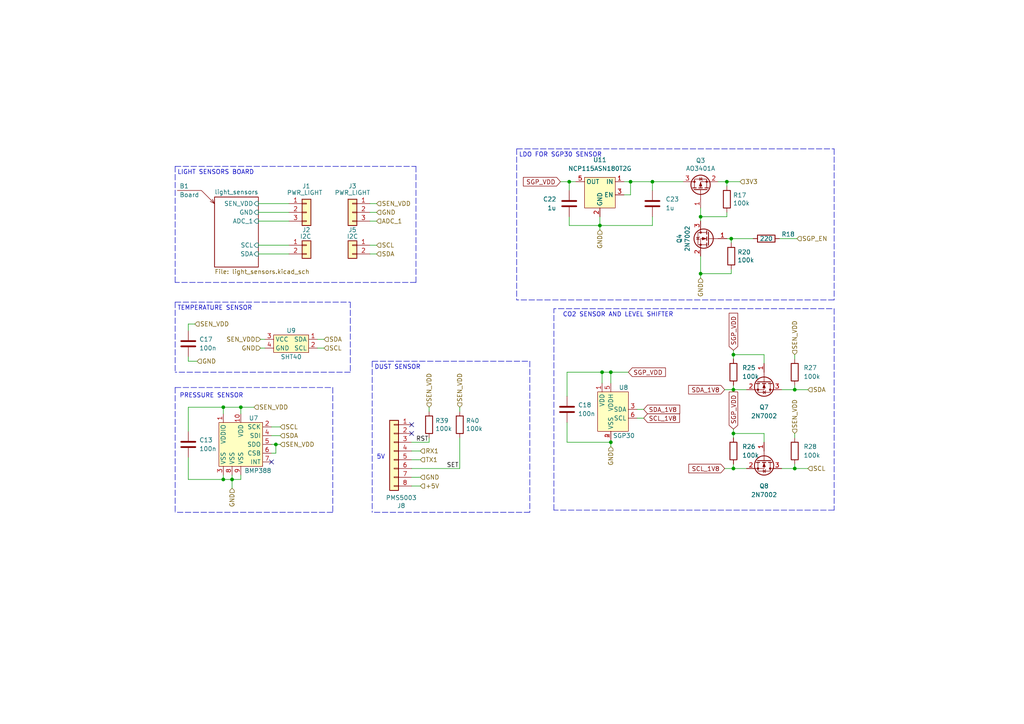
<source format=kicad_sch>
(kicad_sch (version 20211123) (generator eeschema)
  (paper "A4")
  (title_block (title "iotAirMonitoring") (date "2022-05-09") (rev "v1.1") (company "Martin Kousal"))
  (lib_symbols
    (symbol "Connector_Generic:Conn_01x02" (pin_names (offset 1.016) hide)
      (property "Reference" "J" (at 0 2.54 0))
      (property "Value" "Conn_01x02" (at 0 -5.08 0))
      (symbol "Conn_01x02_1_1"
        (rectangle (start -1.27 -2.413) (end 0 -2.667) (stroke (width 0.1524)))
        (rectangle (start -1.27 0.127) (end 0 -0.127) (stroke (width 0.1524)))
        (rectangle (start -1.27 1.27) (end 1.27 -3.81) (stroke (width 0.254)) (fill (type background)))
        (pin passive line (at -5.08 0 0) (length 3.81) (name "Pin_1") (number "1"))
        (pin passive line (at -5.08 -2.54 0) (length 3.81) (name "Pin_2") (number "2"))
      )
    )
    (symbol "Connector_Generic:Conn_01x03" (pin_names (offset 1.016) hide)
      (property "Reference" "J" (at 0 5.08 0))
      (property "Value" "Conn_01x03" (at 0 -5.08 0))
      (symbol "Conn_01x03_1_1"
        (rectangle (start -1.27 -2.413) (end 0 -2.667) (stroke (width 0.1524)))
        (rectangle (start -1.27 0.127) (end 0 -0.127) (stroke (width 0.1524)))
        (rectangle (start -1.27 2.667) (end 0 2.413) (stroke (width 0.1524)))
        (rectangle (start -1.27 3.81) (end 1.27 -3.81) (stroke (width 0.254)) (fill (type background)))
        (pin passive line (at -5.08 2.54 0) (length 3.81) (name "Pin_1") (number "1"))
        (pin passive line (at -5.08 0 0) (length 3.81) (name "Pin_2") (number "2"))
        (pin passive line (at -5.08 -2.54 0) (length 3.81) (name "Pin_3") (number "3"))
      )
    )
    (symbol "Connector_Generic:Conn_01x08" (pin_names (offset 1.016) hide)
      (property "Reference" "J" (at 0 10.16 0))
      (property "Value" "Conn_01x08" (at 0 -12.7 0))
      (symbol "Conn_01x08_1_1"
        (rectangle (start -1.27 -10.033) (end 0 -10.287) (stroke (width 0.1524)))
        (rectangle (start -1.27 -7.493) (end 0 -7.747) (stroke (width 0.1524)))
        (rectangle (start -1.27 -4.953) (end 0 -5.207) (stroke (width 0.1524)))
        (rectangle (start -1.27 -2.413) (end 0 -2.667) (stroke (width 0.1524)))
        (rectangle (start -1.27 0.127) (end 0 -0.127) (stroke (width 0.1524)))
        (rectangle (start -1.27 2.667) (end 0 2.413) (stroke (width 0.1524)))
        (rectangle (start -1.27 5.207) (end 0 4.953) (stroke (width 0.1524)))
        (rectangle (start -1.27 7.747) (end 0 7.493) (stroke (width 0.1524)))
        (rectangle (start -1.27 8.89) (end 1.27 -11.43) (stroke (width 0.254)) (fill (type background)))
        (pin passive line (at -5.08 7.62 0) (length 3.81) (name "Pin_1") (number "1"))
        (pin passive line (at -5.08 5.08 0) (length 3.81) (name "Pin_2") (number "2"))
        (pin passive line (at -5.08 2.54 0) (length 3.81) (name "Pin_3") (number "3"))
        (pin passive line (at -5.08 0 0) (length 3.81) (name "Pin_4") (number "4"))
        (pin passive line (at -5.08 -2.54 0) (length 3.81) (name "Pin_5") (number "5"))
        (pin passive line (at -5.08 -5.08 0) (length 3.81) (name "Pin_6") (number "6"))
        (pin passive line (at -5.08 -7.62 0) (length 3.81) (name "Pin_7") (number "7"))
        (pin passive line (at -5.08 -10.16 0) (length 3.81) (name "Pin_8") (number "8"))
      )
    )
    (symbol "Device:C" (pin_numbers hide) (pin_names (offset 0.254))
      (property "Reference" "C" (at 0.635 2.54 0))
      (property "Value" "C" (at 0.635 -2.54 0))
      (symbol "C_0_1"
        (polyline (pts (xy -2.032 -0.762) (xy 2.032 -0.762)) (stroke (width 0.508)))
        (polyline (pts (xy -2.032 0.762) (xy 2.032 0.762)) (stroke (width 0.508)))
      )
      (symbol "C_1_1"
        (pin passive line (at 0 3.81 270) (length 2.794) (name "~") (number "1"))
        (pin passive line (at 0 -3.81 90) (length 2.794) (name "~") (number "2"))
      )
    )
    (symbol "Device:Q_PMOS_GSD" (pin_names (offset 0) hide)
      (property "Reference" "Q" (at 5.08 1.27 0))
      (property "Value" "Q_PMOS_GSD" (at 5.08 -1.27 0))
      (symbol "Q_PMOS_GSD_0_1"
        (polyline (pts (xy 0.254 0) (xy -2.54 0)))
        (polyline (pts (xy 0.254 1.905) (xy 0.254 -1.905)) (stroke (width 0.254)))
        (polyline (pts (xy 0.762 -1.27) (xy 0.762 -2.286)) (stroke (width 0.254)))
        (polyline (pts (xy 0.762 0.508) (xy 0.762 -0.508)) (stroke (width 0.254)))
        (polyline (pts (xy 0.762 2.286) (xy 0.762 1.27)) (stroke (width 0.254)))
        (polyline (pts (xy 2.54 2.54) (xy 2.54 1.778)))
        (polyline (pts (xy 2.54 -2.54) (xy 2.54 0) (xy 0.762 0)))
        (polyline (pts (xy 0.762 1.778) (xy 3.302 1.778) (xy 3.302 -1.778) (xy 0.762 -1.778)))
        (polyline (pts (xy 2.286 0) (xy 1.27 0.381) (xy 1.27 -0.381) (xy 2.286 0)) (fill (type outline)))
        (polyline (pts (xy 2.794 -0.508) (xy 2.921 -0.381) (xy 3.683 -0.381) (xy 3.81 -0.254)))
        (polyline (pts (xy 3.302 -0.381) (xy 2.921 0.254) (xy 3.683 0.254) (xy 3.302 -0.381)))
        (circle (center 1.651 0) (radius 2.794) (stroke (width 0.254)))
        (circle (center 2.54 -1.778) (radius 0.254) (fill (type outline)))
        (circle (center 2.54 1.778) (radius 0.254) (fill (type outline)))
      )
      (symbol "Q_PMOS_GSD_1_1"
        (pin input line (at -5.08 0 0) (length 2.54) (name "G") (number "1"))
        (pin passive line (at 2.54 -5.08 90) (length 2.54) (name "S") (number "2"))
        (pin passive line (at 2.54 5.08 270) (length 2.54) (name "D") (number "3"))
      )
    )
    (symbol "Device:R" (pin_numbers hide) (pin_names (offset 0))
      (property "Reference" "R" (at 2.032 0 90))
      (property "Value" "R" (at 0 0 90))
      (symbol "R_0_1"
        (rectangle (start -1.016 -2.54) (end 1.016 2.54) (stroke (width 0.254)))
      )
      (symbol "R_1_1"
        (pin passive line (at 0 3.81 270) (length 1.27) (name "~") (number "1"))
        (pin passive line (at 0 -3.81 90) (length 1.27) (name "~") (number "2"))
      )
    )
    (symbol "Transistor_FET:2N7002" (pin_names hide)
      (property "Reference" "Q" (at 5.08 1.905 0))
      (property "Value" "2N7002" (at 5.08 0 0))
      (symbol "2N7002_0_1"
        (polyline (pts (xy 0.254 0) (xy -2.54 0)))
        (polyline (pts (xy 0.254 1.905) (xy 0.254 -1.905)) (stroke (width 0.254)))
        (polyline (pts (xy 0.762 -1.27) (xy 0.762 -2.286)) (stroke (width 0.254)))
        (polyline (pts (xy 0.762 0.508) (xy 0.762 -0.508)) (stroke (width 0.254)))
        (polyline (pts (xy 0.762 2.286) (xy 0.762 1.27)) (stroke (width 0.254)))
        (polyline (pts (xy 2.54 2.54) (xy 2.54 1.778)))
        (polyline (pts (xy 2.54 -2.54) (xy 2.54 0) (xy 0.762 0)))
        (polyline (pts (xy 0.762 -1.778) (xy 3.302 -1.778) (xy 3.302 1.778) (xy 0.762 1.778)))
        (polyline (pts (xy 1.016 0) (xy 2.032 0.381) (xy 2.032 -0.381) (xy 1.016 0)) (fill (type outline)))
        (polyline (pts (xy 2.794 0.508) (xy 2.921 0.381) (xy 3.683 0.381) (xy 3.81 0.254)))
        (polyline (pts (xy 3.302 0.381) (xy 2.921 -0.254) (xy 3.683 -0.254) (xy 3.302 0.381)))
        (circle (center 1.651 0) (radius 2.794) (stroke (width 0.254)))
        (circle (center 2.54 -1.778) (radius 0.254) (fill (type outline)))
        (circle (center 2.54 1.778) (radius 0.254) (fill (type outline)))
      )
      (symbol "2N7002_1_1"
        (pin input line (at -5.08 0 0) (length 2.54) (name "G") (number "1"))
        (pin passive line (at 2.54 -5.08 90) (length 2.54) (name "S") (number "2"))
        (pin passive line (at 2.54 5.08 270) (length 2.54) (name "D") (number "3"))
      )
    )
    (symbol "kikit:Board" (in_bom no)
      (property "Reference" "B" (at 5.08 5.08 0))
      (property "Value" "Board" (at 5.08 2.54 0))
      (symbol "Board_0_1"
        (polyline (pts (xy 0 0) (xy 3.81 3.81) (xy 10.795 3.81)) (stroke (width 0.1524)))
        (polyline (pts (xy 0.635 1.27) (xy 0 0) (xy 1.27 0.635)) (stroke (width 0.1524)))
      )
    )
    (symbol "mainBoard:BMP388"
      (property "Reference" "U" (at 2.54 7.62 0))
      (property "Value" "BMP388" (at 3.81 -7.62 0))
      (symbol "BMP388_0_1"
        (rectangle (start -7.62 6.35) (end 5.08 -6.35) (fill (type background)))
      )
      (symbol "BMP388_1_1"
        (pin input line (at -6.35 8.89 270) (length 2.54) (name "VDDIO") (number "1"))
        (pin input line (at -1.27 8.89 270) (length 2.54) (name "VDD") (number "10"))
        (pin input line (at 7.62 5.08 180) (length 2.54) (name "SCK") (number "2"))
        (pin input line (at -6.35 -8.89 90) (length 2.54) (name "VSS") (number "3"))
        (pin input line (at 7.62 2.54 180) (length 2.54) (name "SDI") (number "4"))
        (pin input line (at 7.62 0 180) (length 2.54) (name "SDO") (number "5"))
        (pin input line (at 7.62 -2.54 180) (length 2.54) (name "CSB") (number "6"))
        (pin input line (at 7.62 -5.08 180) (length 2.54) (name "INT") (number "7"))
        (pin input line (at -3.81 -8.89 90) (length 2.54) (name "VSS") (number "8"))
        (pin input line (at -1.27 -8.89 90) (length 2.54) (name "VSS") (number "9"))
      )
    )
    (symbol "mainBoard:NCP115ASN180T2G"
      (property "Reference" "U" (at 2.54 -6.35 0))
      (property "Value" "NCP115ASN180T2G" (at 0 5.08 0))
      (symbol "NCP115ASN180T2G_0_1"
        (rectangle (start -4.445 3.81) (end 4.445 -5.08) (fill (type background)))
      )
      (symbol "NCP115ASN180T2G_1_1"
        (pin input line (at -6.985 2.54 0) (length 2.54) (name "IN") (number "1"))
        (pin input line (at 0 -7.62 90) (length 2.54) (name "GND") (number "2"))
        (pin input line (at -6.985 -1.27 0) (length 2.54) (name "EN") (number "3"))
        (pin input line (at 6.985 2.54 180) (length 2.54) (name "OUT") (number "5"))
      )
    )
    (symbol "mainBoard:SGP30"
      (property "Reference" "U" (at 0 13.97 0))
      (property "Value" "SGP30" (at 0 20.32 0))
      (symbol "SGP30_0_1"
        (rectangle (start -3.81 6.35) (end 5.08 -5.08) (fill (type background)))
      )
      (symbol "SGP30_1_1"
        (pin input line (at -2.54 8.89 270) (length 2.54) (name "VDD") (number "1"))
        (pin input line (at 0 -7.62 90) (length 2.54) (name "VSS") (number "2"))
        (pin input line (at 7.62 1.27 180) (length 2.54) (name "SDA") (number "3"))
        (pin input line (at 0 -7.62 90) (length 2.54) (name "") (number "4"))
        (pin input line (at 0 8.89 270) (length 2.54) (name "VDDH") (number "5"))
        (pin input line (at 7.62 -1.27 180) (length 2.54) (name "SCL") (number "6"))
      )
    )
    (symbol "mainBoard:SHT40"
      (property "Reference" "U" (at 0 3.81 0))
      (property "Value" "SHT40" (at 0 -3.81 0))
      (symbol "SHT40_0_1"
        (rectangle (start -5.08 2.54) (end 5.08 -2.54) (fill (type background)))
      )
      (symbol "SHT40_1_1"
        (pin bidirectional line (at 7.62 1.27 180) (length 2.54) (name "SDA") (number "1"))
        (pin bidirectional line (at 7.62 -1.27 180) (length 2.54) (name "SCL") (number "2"))
        (pin power_in line (at -7.62 1.27 0) (length 2.54) (name "VCC") (number "3"))
        (pin passive line (at -7.62 -1.27 0) (length 2.54) (name "GND") (number "4"))
      )
    )
  )
  (junction (at 177.165 107.95))
  (junction (at 212.09 69.215))
  (junction (at 212.725 125.73))
  (junction (at 189.23 52.705))
  (junction (at 64.77 118.11))
  (junction (at 173.99 65.405))
  (junction (at 182.88 52.705))
  (junction (at 212.725 102.87))
  (junction (at 212.725 113.03))
  (junction (at 203.2 62.865))
  (junction (at 230.505 113.03))
  (junction (at 64.77 139.065))
  (junction (at 174.625 107.95))
  (junction (at 67.31 139.065))
  (junction (at 230.505 135.89))
  (junction (at 80.01 128.905))
  (junction (at 210.82 52.705))
  (junction (at 212.725 135.89))
  (junction (at 69.85 118.11))
  (junction (at 165.1 52.705))
  (junction (at 177.165 128.27))
  (junction (at 203.2 79.375))
  (no_connect (at 119.38 123.19))
  (no_connect (at 78.74 133.985))
  (no_connect (at 119.38 125.73))
  (wire (pts (xy 107.315 64.135) (xy 109.22 64.135)))
  (wire (pts (xy 180.975 52.705) (xy 182.88 52.705)))
  (wire (pts (xy 107.315 73.66) (xy 109.22 73.66)))
  (polyline (pts (xy 101.6 107.95) (xy 50.8 107.95)))
  (wire (pts (xy 64.77 139.065) (xy 67.31 139.065)))
  (wire (pts (xy 69.85 139.065) (xy 69.85 137.795)))
  (wire (pts (xy 80.01 128.905) (xy 81.28 128.905)))
  (wire (pts (xy 212.09 69.215) (xy 218.44 69.215)))
  (wire (pts (xy 165.1 62.865) (xy 165.1 65.405)))
  (wire (pts (xy 80.01 131.445) (xy 80.01 128.905)))
  (wire (pts (xy 107.315 59.055) (xy 109.22 59.055)))
  (wire (pts (xy 212.725 101.6) (xy 212.725 102.87)))
  (wire (pts (xy 75.565 98.425) (xy 76.835 98.425)))
  (wire (pts (xy 182.88 52.705) (xy 182.88 56.515)))
  (wire (pts (xy 203.2 80.645) (xy 203.2 79.375)))
  (wire (pts (xy 189.23 52.705) (xy 198.12 52.705)))
  (wire (pts (xy 173.99 65.405) (xy 173.99 66.675)))
  (wire (pts (xy 67.31 139.065) (xy 69.85 139.065)))
  (wire (pts (xy 165.1 52.705) (xy 165.1 55.245)))
  (wire (pts (xy 210.185 113.03) (xy 212.725 113.03)))
  (polyline (pts (xy 153.67 148.59) (xy 107.95 148.59)))
  (polyline (pts (xy 50.8 87.63) (xy 101.6 87.63)))
  (wire (pts (xy 212.725 113.03) (xy 212.725 111.76)))
  (wire (pts (xy 210.82 69.215) (xy 212.09 69.215)))
  (wire (pts (xy 203.2 79.375) (xy 212.09 79.375)))
  (polyline (pts (xy 107.95 104.775) (xy 107.95 148.59)))
  (polyline (pts (xy 153.67 104.775) (xy 153.67 148.59)))
  (wire (pts (xy 164.465 128.27) (xy 177.165 128.27)))
  (wire (pts (xy 177.165 128.27) (xy 177.165 129.54)))
  (wire (pts (xy 189.23 65.405) (xy 189.23 62.865)))
  (wire (pts (xy 212.09 69.215) (xy 212.09 70.485)))
  (wire (pts (xy 210.82 53.975) (xy 210.82 52.705)))
  (wire (pts (xy 119.38 133.35) (xy 121.92 133.35)))
  (wire (pts (xy 212.09 79.375) (xy 212.09 78.105)))
  (wire (pts (xy 173.99 62.865) (xy 173.99 65.405)))
  (polyline (pts (xy 120.65 81.915) (xy 50.8 81.915)))
  (wire (pts (xy 78.74 123.825) (xy 81.28 123.825)))
  (polyline (pts (xy 50.8 87.63) (xy 50.8 107.95)))
  (wire (pts (xy 92.075 100.965) (xy 93.98 100.965)))
  (wire (pts (xy 54.61 104.775) (xy 57.15 104.775)))
  (wire (pts (xy 67.31 139.065) (xy 67.31 141.605)))
  (wire (pts (xy 210.82 62.865) (xy 210.82 61.595)))
  (wire (pts (xy 230.505 135.89) (xy 230.505 134.62)))
  (wire (pts (xy 184.785 118.745) (xy 186.69 118.745)))
  (wire (pts (xy 107.315 61.595) (xy 109.22 61.595)))
  (wire (pts (xy 226.695 113.03) (xy 230.505 113.03)))
  (polyline (pts (xy 50.8 48.26) (xy 50.8 81.915)))
  (wire (pts (xy 54.61 103.505) (xy 54.61 104.775)))
  (polyline (pts (xy 241.935 86.995) (xy 149.86 86.995)))
  (wire (pts (xy 216.535 113.03) (xy 212.725 113.03)))
  (wire (pts (xy 67.31 139.065) (xy 67.31 137.795)))
  (wire (pts (xy 74.93 73.66) (xy 83.82 73.66)))
  (wire (pts (xy 230.505 113.03) (xy 234.315 113.03)))
  (wire (pts (xy 69.85 118.11) (xy 64.77 118.11)))
  (wire (pts (xy 69.85 118.11) (xy 69.85 120.015)))
  (polyline (pts (xy 101.6 87.63) (xy 101.6 107.95)))
  (wire (pts (xy 177.165 107.95) (xy 174.625 107.95)))
  (wire (pts (xy 177.165 127.635) (xy 177.165 128.27)))
  (wire (pts (xy 124.46 127) (xy 124.46 128.27)))
  (wire (pts (xy 74.93 61.595) (xy 83.82 61.595)))
  (wire (pts (xy 119.38 135.89) (xy 133.35 135.89)))
  (wire (pts (xy 184.785 121.285) (xy 186.69 121.285)))
  (polyline (pts (xy 160.655 89.535) (xy 161.29 89.535)))
  (wire (pts (xy 230.505 135.89) (xy 234.315 135.89)))
  (polyline (pts (xy 160.655 147.955) (xy 160.655 89.535)))
  (wire (pts (xy 54.61 93.98) (xy 56.515 93.98)))
  (wire (pts (xy 226.695 135.89) (xy 230.505 135.89)))
  (wire (pts (xy 212.725 125.73) (xy 221.615 125.73)))
  (polyline (pts (xy 96.52 148.59) (xy 50.8 148.59)))
  (wire (pts (xy 177.165 107.95) (xy 177.165 111.125)))
  (wire (pts (xy 203.2 60.325) (xy 203.2 62.865)))
  (wire (pts (xy 54.61 132.715) (xy 54.61 139.065)))
  (polyline (pts (xy 161.925 89.535) (xy 241.935 89.535)))
  (wire (pts (xy 74.93 59.055) (xy 83.82 59.055)))
  (wire (pts (xy 78.74 128.905) (xy 80.01 128.905)))
  (wire (pts (xy 124.46 118.11) (xy 124.46 119.38)))
  (wire (pts (xy 133.35 118.11) (xy 133.35 119.38)))
  (polyline (pts (xy 107.95 104.775) (xy 153.67 104.775)))
  (wire (pts (xy 54.61 139.065) (xy 64.77 139.065)))
  (wire (pts (xy 119.38 138.43) (xy 121.92 138.43)))
  (wire (pts (xy 54.61 118.11) (xy 54.61 125.095)))
  (wire (pts (xy 203.2 62.865) (xy 203.2 64.135)))
  (wire (pts (xy 174.625 107.95) (xy 174.625 111.125)))
  (wire (pts (xy 230.505 102.87) (xy 230.505 104.14)))
  (wire (pts (xy 162.56 52.705) (xy 165.1 52.705)))
  (polyline (pts (xy 149.86 43.18) (xy 241.935 43.18)))
  (polyline (pts (xy 50.8 48.26) (xy 120.65 48.26)))
  (wire (pts (xy 75.565 100.965) (xy 76.835 100.965)))
  (wire (pts (xy 164.465 114.935) (xy 164.465 107.95)))
  (wire (pts (xy 212.725 102.87) (xy 212.725 104.14)))
  (wire (pts (xy 177.165 107.95) (xy 182.245 107.95)))
  (wire (pts (xy 210.82 52.705) (xy 214.63 52.705)))
  (wire (pts (xy 64.77 118.11) (xy 54.61 118.11)))
  (wire (pts (xy 119.38 130.81) (xy 121.92 130.81)))
  (wire (pts (xy 164.465 107.95) (xy 174.625 107.95)))
  (wire (pts (xy 210.185 135.89) (xy 212.725 135.89)))
  (polyline (pts (xy 50.8 112.395) (xy 96.52 112.395)))
  (wire (pts (xy 221.615 125.73) (xy 221.615 128.27)))
  (wire (pts (xy 92.075 98.425) (xy 93.98 98.425)))
  (wire (pts (xy 173.99 65.405) (xy 189.23 65.405)))
  (polyline (pts (xy 120.65 48.26) (xy 120.65 81.915)))
  (wire (pts (xy 212.725 124.46) (xy 212.725 125.73)))
  (polyline (pts (xy 50.8 112.395) (xy 50.8 148.59)))
  (polyline (pts (xy 149.86 43.18) (xy 149.86 86.995)))
  (wire (pts (xy 165.1 65.405) (xy 173.99 65.405)))
  (wire (pts (xy 164.465 122.555) (xy 164.465 128.27)))
  (polyline (pts (xy 241.935 89.535) (xy 241.935 147.955)))
  (polyline (pts (xy 96.52 112.395) (xy 96.52 148.59)))
  (wire (pts (xy 119.38 140.97) (xy 121.92 140.97)))
  (wire (pts (xy 208.28 52.705) (xy 210.82 52.705)))
  (wire (pts (xy 203.2 62.865) (xy 210.82 62.865)))
  (wire (pts (xy 74.93 64.135) (xy 83.82 64.135)))
  (wire (pts (xy 64.77 118.11) (xy 64.77 120.015)))
  (wire (pts (xy 230.505 125.73) (xy 230.505 127)))
  (polyline (pts (xy 241.935 43.18) (xy 241.935 86.995)))
  (wire (pts (xy 203.2 74.295) (xy 203.2 79.375)))
  (wire (pts (xy 189.23 52.705) (xy 189.23 55.245)))
  (wire (pts (xy 212.725 135.89) (xy 216.535 135.89)))
  (wire (pts (xy 231.14 69.215) (xy 226.06 69.215)))
  (wire (pts (xy 165.1 52.705) (xy 167.005 52.705)))
  (wire (pts (xy 73.66 118.11) (xy 69.85 118.11)))
  (wire (pts (xy 212.725 125.73) (xy 212.725 127)))
  (wire (pts (xy 107.315 71.12) (xy 109.22 71.12)))
  (wire (pts (xy 119.38 128.27) (xy 124.46 128.27)))
  (wire (pts (xy 182.88 56.515) (xy 180.975 56.515)))
  (wire (pts (xy 212.725 134.62) (xy 212.725 135.89)))
  (wire (pts (xy 182.88 52.705) (xy 189.23 52.705)))
  (wire (pts (xy 54.61 95.885) (xy 54.61 93.98)))
  (wire (pts (xy 212.725 102.87) (xy 221.615 102.87)))
  (polyline (pts (xy 241.935 147.955) (xy 160.655 147.955)))
  (wire (pts (xy 78.74 131.445) (xy 80.01 131.445)))
  (wire (pts (xy 78.74 126.365) (xy 81.28 126.365)))
  (wire (pts (xy 133.35 127) (xy 133.35 135.89)))
  (wire (pts (xy 64.77 137.795) (xy 64.77 139.065)))
  (wire (pts (xy 74.93 71.12) (xy 83.82 71.12)))
  (wire (pts (xy 230.505 113.03) (xy 230.505 111.76)))
  (wire (pts (xy 221.615 102.87) (xy 221.615 105.41)))
  (text "DUST SENSOR" (at 108.585 107.315 0) (effects (font (size 1.27 1.27)) (justify left bottom)))
  (text "PRESSURE SENSOR" (at 52.07 115.57 0) (effects (font (size 1.27 1.27)) (justify left bottom)))
  (text "5V" (at 109.22 133.35 0) (effects (font (size 1.27 1.27)) (justify left bottom)))
  (text "TEMPERATURE SENSOR" (at 51.435 90.17 0) (effects (font (size 1.27 1.27)) (justify left bottom)))
  (text "LDO FOR SGP30 SENSOR" (at 150.495 45.72 0) (effects (font (size 1.27 1.27)) (justify left bottom)))
  (text "CO2 SENSOR AND LEVEL SHIFTER" (at 163.195 92.075 0) (effects (font (size 1.27 1.27)) (justify left bottom)))
  (text "LIGHT SENSORS BOARD" (at 51.435 50.8 0) (effects (font (size 1.27 1.27)) (justify left bottom)))
  (label "RST" (at 120.65 128.27 0))
  (label "SET" (at 129.54 135.89 0))
  (global_label "SGP_VDD" (shape input) (at 162.56 52.705 180) (property "Intersheet References" "${INTERSHEET_REFS}" (effects hide)))
  (global_label "SGP_VDD" (shape input) (at 212.725 124.46 90) (property "Intersheet References" "${INTERSHEET_REFS}" (effects hide)))
  (global_label "SDA_1V8" (shape input) (at 210.185 113.03 180) (property "Intersheet References" "${INTERSHEET_REFS}" (effects hide)))
  (global_label "SGP_VDD" (shape input) (at 212.725 101.6 90) (property "Intersheet References" "${INTERSHEET_REFS}" (effects hide)))
  (global_label "SCL_1V8" (shape input) (at 210.185 135.89 180) (property "Intersheet References" "${INTERSHEET_REFS}" (effects hide)))
  (global_label "SGP_VDD" (shape input) (at 182.245 107.95 0) (property "Intersheet References" "${INTERSHEET_REFS}" (effects hide)))
  (global_label "SCL_1V8" (shape input) (at 186.69 121.285 0) (property "Intersheet References" "${INTERSHEET_REFS}" (effects hide)))
  (global_label "SDA_1V8" (shape input) (at 186.69 118.745 0) (property "Intersheet References" "${INTERSHEET_REFS}" (effects hide)))
  (hierarchical_label "GND" (shape input) (at 57.15 104.775 0))
  (hierarchical_label "GND" (shape input) (at 67.31 141.605 270))
  (hierarchical_label "SEN_VDD" (shape input) (at 75.565 98.425 180))
  (hierarchical_label "3V3" (shape input) (at 214.63 52.705 0))
  (hierarchical_label "GND" (shape input) (at 177.165 129.54 270))
  (hierarchical_label "GND" (shape input) (at 121.92 138.43 0))
  (hierarchical_label "GND" (shape input) (at 109.22 61.595 0))
  (hierarchical_label "SCL" (shape input) (at 109.22 71.12 0))
  (hierarchical_label "RX1" (shape input) (at 121.92 130.81 0))
  (hierarchical_label "GND" (shape input) (at 203.2 80.645 270))
  (hierarchical_label "GND" (shape input) (at 173.99 66.675 270))
  (hierarchical_label "SEN_VDD" (shape input) (at 109.22 59.055 0))
  (hierarchical_label "SDA" (shape input) (at 81.28 126.365 0))
  (hierarchical_label "SEN_VDD" (shape input) (at 133.35 118.11 90))
  (hierarchical_label "GND" (shape input) (at 75.565 100.965 180))
  (hierarchical_label "SEN_VDD" (shape input) (at 230.505 125.73 90))
  (hierarchical_label "SEN_VDD" (shape input) (at 56.515 93.98 0))
  (hierarchical_label "SDA" (shape input) (at 234.315 113.03 0))
  (hierarchical_label "SCL" (shape input) (at 234.315 135.89 0))
  (hierarchical_label "SEN_VDD" (shape input) (at 230.505 102.87 90))
  (hierarchical_label "SEN_VDD" (shape input) (at 124.46 118.11 90))
  (hierarchical_label "SGP_EN" (shape input) (at 231.14 69.215 0))
  (hierarchical_label "SEN_VDD" (shape input) (at 73.66 118.11 0))
  (hierarchical_label "TX1" (shape input) (at 121.92 133.35 0))
  (hierarchical_label "SDA" (shape input) (at 93.98 98.425 0))
  (hierarchical_label "SCL" (shape input) (at 81.28 123.825 0))
  (hierarchical_label "SDA" (shape input) (at 109.22 73.66 0))
  (hierarchical_label "+5V" (shape input) (at 121.92 140.97 0))
  (hierarchical_label "SEN_VDD" (shape input) (at 81.28 128.905 0))
  (hierarchical_label "SCL" (shape input) (at 93.98 100.965 0))
  (hierarchical_label "ADC_1" (shape input) (at 109.22 64.135 0))
  (symbol (lib_id "Connector_Generic:Conn_01x08") (at 114.3 130.81 0) (mirror y) (unit 1)
    (property "Reference" "J8" (at 116.3828 146.685 0))
    (property "Value" "PMS5003" (at 116.3828 144.3736 0))
    (property "Footprint" "Connector_Molex:Molex_PicoBlade_53048-0810_1x08_P1.25mm_Horizontal" (effects hide))
    (property "Datasheet" "https://www.tme.eu/Document/48db6664d1820be2d7958b46105daf6e/mx53048.pdf" (effects hide))
  )
  (symbol (lib_id "Device:R") (at 124.46 123.19 0) (unit 1)
    (property "Reference" "R39" (at 126.238 122.0216 0) (effects (justify left)))
    (property "Value" "100k" (at 126.238 124.333 0) (effects (justify left)))
    (property "Footprint" "Resistor_SMD:R_0805_2012Metric" (effects hide))
    (property "LCSC" "C25741" (effects hide))
  )
  (symbol (lib_id "Device:R") (at 133.35 123.19 0) (unit 1)
    (property "Reference" "R40" (at 135.128 122.0216 0) (effects (justify left)))
    (property "Value" "100k" (at 135.128 124.333 0) (effects (justify left)))
    (property "Footprint" "Resistor_SMD:R_0805_2012Metric" (effects hide))
    (property "LCSC" "C25741" (effects hide))
  )
  (symbol (lib_id "Device:R") (at 222.25 69.215 270) (unit 1)
    (property "Reference" "R18" (at 228.6 67.945 90))
    (property "Value" "220" (at 222.25 69.215 90))
    (property "Footprint" "Resistor_SMD:R_0805_2012Metric" (effects hide))
    (property "LCSC" "C25091" (effects hide))
  )
  (symbol (lib_id "Device:R") (at 212.09 74.295 0) (unit 1)
    (property "Reference" "R20" (at 213.868 73.1266 0) (effects (justify left)))
    (property "Value" "100k" (at 213.868 75.438 0) (effects (justify left)))
    (property "Footprint" "Resistor_SMD:R_0805_2012Metric" (effects hide))
    (property "LCSC" "C25741" (effects hide))
  )
  (symbol (lib_id "Device:R") (at 210.82 57.785 0) (unit 1)
    (property "Reference" "R17" (at 212.598 56.6166 0) (effects (justify left)))
    (property "Value" "100k" (at 212.598 58.928 0) (effects (justify left)))
    (property "Footprint" "Resistor_SMD:R_0805_2012Metric" (effects hide))
    (property "LCSC" "C25741" (effects hide))
  )
  (symbol (lib_id "Device:Q_PMOS_GSD") (at 203.2 55.245 90) (unit 1)
    (property "Reference" "Q3" (at 203.2 46.5582 90))
    (property "Value" "AO3401A" (at 203.2 48.8696 90))
    (property "Footprint" "Package_TO_SOT_SMD:SOT-23" (effects hide))
    (property "Datasheet" "https://datasheet.lcsc.com/lcsc/1810171817_Alpha-&-Omega-Semicon-AO3401A_C15127.pdf" (effects hide))
    (property "LCSC" "C15127" (effects hide))
    (property "JLCPCB_CORRECTIONS" "0;0;180" (effects hide))
  )
  (symbol (lib_id "Transistor_FET:2N7002") (at 205.74 69.215 0) (mirror y) (unit 1)
    (property "Reference" "Q4" (at 197.0532 69.215 90))
    (property "Value" "2N7002" (at 199.3646 69.215 90))
    (property "Footprint" "Package_TO_SOT_SMD:SOT-23" (effects hide))
    (property "Datasheet" "https://www.onsemi.com/pub/Collateral/NDS7002A-D.PDF" (effects hide))
    (property "LCSC" "C8545" (effects hide))
    (property "JLCPCB_CORRECTIONS" "0;0;180" (effects hide))
  )
  (symbol (lib_id "mainBoard:NCP115ASN180T2G") (at 173.99 55.245 0) (mirror y) (unit 1)
    (property "Reference" "U11" (at 173.99 46.355 0))
    (property "Value" "NCP115ASN180T2G" (at 173.99 48.895 0))
    (property "Footprint" "Package_SO:TSOP-5_1.65x3.05mm_P0.95mm" (effects hide))
    (property "Datasheet" "https://www.tme.eu/Document/49f88a06d78db5fe6727e494e0a779db/NCP115.PDF" (effects hide))
    (property "TME" "NCP115ASN180T1G" (effects hide))
  )
  (symbol (lib_id "kikit:Board") (at 62.23 59.055 0) (mirror y) (unit 1) (in_bom no)
    (property "Reference" "B1" (at 52.07 53.975 0) (effects (justify right)))
    (property "Value" "Board" (at 52.07 56.515 0) (effects (justify right)))
    (property "Footprint" "kikit:Board" (effects hide))
  )
  (symbol (lib_id "Device:C") (at 54.61 99.695 0) (unit 1)
    (property "Reference" "C17" (at 57.785 98.4249 0) (effects (justify left)))
    (property "Value" "100n" (at 57.785 100.9649 0) (effects (justify left)))
    (property "Footprint" "Capacitor_SMD:C_0603_1608Metric" (effects hide))
  )
  (symbol (lib_id "Device:C") (at 164.465 118.745 0) (unit 1)
    (property "Reference" "C18" (at 167.64 117.4749 0) (effects (justify left)))
    (property "Value" "100n" (at 167.64 120.0149 0) (effects (justify left)))
    (property "Footprint" "Capacitor_SMD:C_0603_1608Metric" (effects hide))
  )
  (symbol (lib_id "Device:R") (at 230.505 107.95 0) (unit 1)
    (property "Reference" "R27" (at 233.045 106.6799 0) (effects (justify left)))
    (property "Value" "100k" (at 233.045 109.2199 0) (effects (justify left)))
    (property "Footprint" "Resistor_SMD:R_0805_2012Metric" (effects hide))
  )
  (symbol (lib_id "Connector_Generic:Conn_01x02") (at 102.235 71.12 0) (mirror y) (unit 1)
    (property "Reference" "J5" (at 102.235 66.675 0))
    (property "Value" "I2C" (at 102.235 68.58 0))
    (property "Footprint" "Connector_PinSocket_2.54mm:PinSocket_1x02_P2.54mm_Vertical" (effects hide))
  )
  (symbol (lib_id "Device:R") (at 212.725 107.95 0) (unit 1)
    (property "Reference" "R25" (at 215.265 106.6799 0) (effects (justify left)))
    (property "Value" "100k" (at 215.265 109.2199 0) (effects (justify left)))
    (property "Footprint" "Resistor_SMD:R_0805_2012Metric" (effects hide))
  )
  (symbol (lib_id "Connector_Generic:Conn_01x03") (at 88.9 61.595 0) (unit 1)
    (property "Reference" "J1" (at 87.63 53.975 0) (effects (justify left)))
    (property "Value" "PWR_LIGHT" (at 83.185 55.88 0) (effects (justify left)))
    (property "Footprint" "Connector_PinHeader_2.54mm:PinHeader_1x03_P2.54mm_Vertical" (effects hide))
  )
  (symbol (lib_id "Connector_Generic:Conn_01x03") (at 102.235 61.595 0) (mirror y) (unit 1)
    (property "Reference" "J3" (at 102.235 53.975 0))
    (property "Value" "PWR_LIGHT" (at 102.235 55.88 0))
    (property "Footprint" "Connector_PinSocket_2.54mm:PinSocket_1x03_P2.54mm_Vertical" (effects hide))
  )
  (symbol (lib_id "Device:C") (at 189.23 59.055 0) (unit 1)
    (property "Reference" "C23" (at 193.04 57.7849 0) (effects (justify left)))
    (property "Value" "1u" (at 193.04 60.3249 0) (effects (justify left)))
    (property "Footprint" "Capacitor_SMD:C_0805_2012Metric" (effects hide))
  )
  (symbol (lib_id "mainBoard:BMP388") (at 71.12 128.905 0) (unit 1)
    (property "Reference" "U7" (at 74.93 121.285 0) (effects (justify right)))
    (property "Value" "BMP388" (at 78.74 136.525 0) (effects (justify right)))
    (property "Footprint" "mainBoard:BMP388" (effects hide))
    (property "Datasheet" "https://www.bosch-sensortec.com/media/boschsensortec/downloads/datasheets/bst-bmp388-ds001.pdf" (effects hide))
  )
  (symbol (lib_id "Device:R") (at 212.725 130.81 0) (unit 1)
    (property "Reference" "R26" (at 215.265 129.5399 0) (effects (justify left)))
    (property "Value" "100k" (at 215.265 132.0799 0) (effects (justify left)))
    (property "Footprint" "Resistor_SMD:R_0805_2012Metric" (effects hide))
  )
  (symbol (lib_id "mainBoard:SHT40") (at 84.455 99.695 0) (unit 1)
    (property "Reference" "U9" (at 84.455 95.885 0))
    (property "Value" "SHT40" (at 84.455 103.505 0))
    (property "Footprint" "mainBoard:SHT40" (effects hide))
    (property "Datasheet" "https://sensirion.com/media/documents/33FD6951/61641E1E/Sensirion_Humidity_Sensors_SHT4x_Datasheet.pdf" (effects hide))
  )
  (symbol (lib_id "Device:R") (at 230.505 130.81 0) (unit 1)
    (property "Reference" "R28" (at 233.045 129.5399 0) (effects (justify left)))
    (property "Value" "100k" (at 233.045 132.0799 0) (effects (justify left)))
    (property "Footprint" "Resistor_SMD:R_0805_2012Metric" (effects hide))
  )
  (symbol (lib_id "mainBoard:SGP30") (at 177.165 120.015 0) (unit 1)
    (property "Reference" "U8" (at 182.245 112.395 0) (effects (justify right)))
    (property "Value" "SGP30" (at 184.15 126.365 0) (effects (justify right)))
    (property "Footprint" "mainBoard:SGP30" (effects hide))
    (property "Datasheet" "https://sensirion.com/media/documents/984E0DD5/61644B8B/Sensirion_Gas_Sensors_Datasheet_SGP30.pdf" (effects hide))
  )
  (symbol (lib_id "Device:C") (at 54.61 128.905 0) (unit 1)
    (property "Reference" "C13" (at 57.785 127.6349 0) (effects (justify left)))
    (property "Value" "100n" (at 57.785 130.1749 0) (effects (justify left)))
    (property "Footprint" "Capacitor_SMD:C_0603_1608Metric" (effects hide))
  )
  (symbol (lib_id "Connector_Generic:Conn_01x02") (at 88.9 71.12 0) (unit 1)
    (property "Reference" "J2" (at 87.63 66.675 0) (effects (justify left)))
    (property "Value" "I2C" (at 86.995 68.58 0) (effects (justify left)))
    (property "Footprint" "Connector_PinHeader_2.54mm:PinHeader_1x02_P2.54mm_Vertical" (effects hide))
  )
  (symbol (lib_id "Transistor_FET:2N7002") (at 221.615 133.35 270) (unit 1)
    (property "Reference" "Q8" (at 221.615 140.97 90))
    (property "Value" "2N7002" (at 221.615 143.51 90))
    (property "Footprint" "Package_TO_SOT_SMD:SOT-23" (effects hide))
    (property "Datasheet" "https://www.onsemi.com/pub/Collateral/NDS7002A-D.PDF" (effects hide))
  )
  (symbol (lib_id "Transistor_FET:2N7002") (at 221.615 110.49 270) (unit 1)
    (property "Reference" "Q7" (at 221.615 118.11 90))
    (property "Value" "2N7002" (at 221.615 120.65 90))
    (property "Footprint" "Package_TO_SOT_SMD:SOT-23" (effects hide))
    (property "Datasheet" "https://www.onsemi.com/pub/Collateral/NDS7002A-D.PDF" (effects hide))
  )
  (symbol (lib_id "Device:C") (at 165.1 59.055 0) (unit 1)
    (property "Reference" "C22" (at 157.48 57.785 0) (effects (justify left)))
    (property "Value" "1u" (at 158.75 60.325 0) (effects (justify left)))
    (property "Footprint" "Capacitor_SMD:C_0805_2012Metric" (effects hide))
  )
  (sheet (at 62.23 57.15) (size 12.7 20.32) (stroke (width 0.1524))
    (property "Sheet name" "light_sensors" (at 62.23 56.4384 0) (effects (justify left bottom)))
    (property "Sheet file" "light_sensors.kicad_sch" (at 62.23 78.0546 0) (effects (justify left top)))
    (pin "ADC_1" input (at 74.93 64.135 0))
    (pin "SCL" input (at 74.93 71.12 0))
    (pin "SDA" input (at 74.93 73.66 0))
    (pin "SEN_VDD" input (at 74.93 59.055 0))
    (pin "GND" input (at 74.93 61.595 0))
  )
)
</source>
